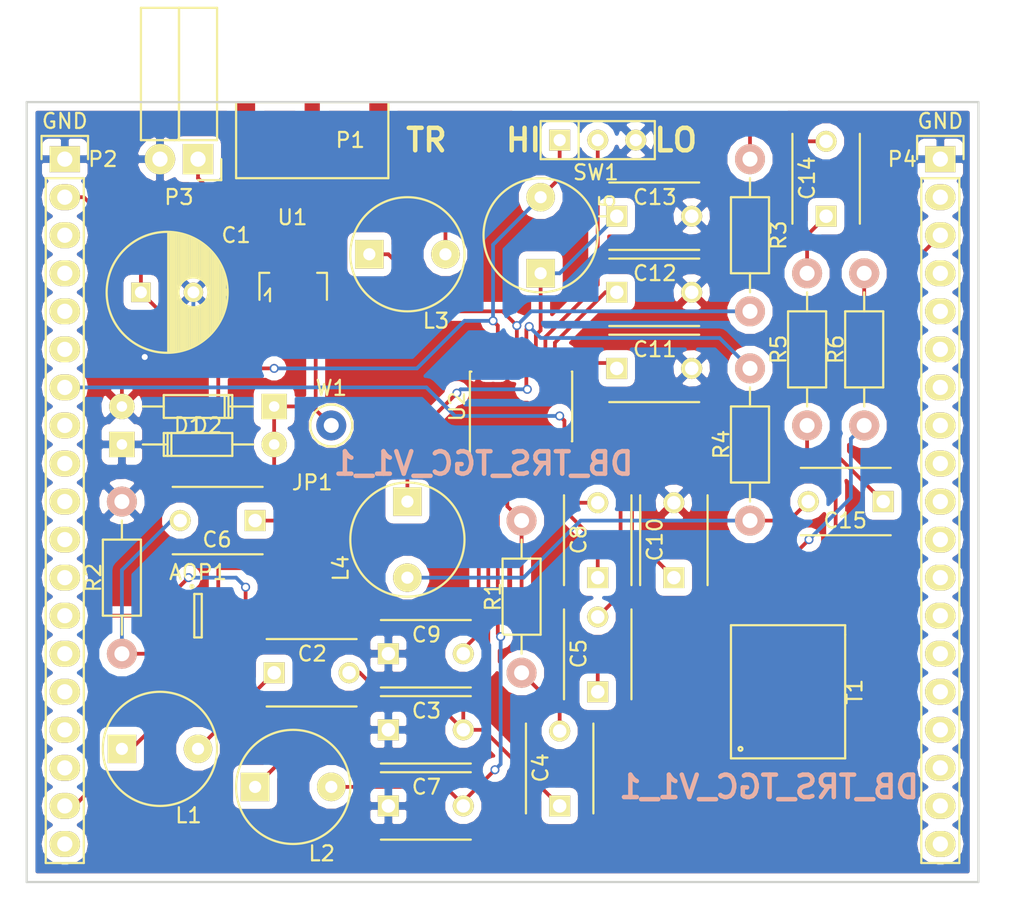
<source format=kicad_pcb>
(kicad_pcb (version 4) (host pcbnew 4.0.4+e1-6308~48~ubuntu16.04.1-stable)
  (layers (0 F.Cu signal) (31 B.Cu signal) (34 B.Paste user) (35 F.Paste user) (36 B.SilkS user) (37 F.SilkS user) (38 B.Mask user) (39 F.Mask user) (44 Edge.Cuts user))
  (net 0 "")
  (net 1 "Net-(AOP1-Pad1)")
  (net 2 "Net-(AOP1-Pad2)")
  (net 3 "Net-(AOP1-Pad3)")
  (net 4 "Net-(AOP1-Pad6)")
  (net 5 GND)
  (net 6 "Net-(C2-Pad1)")
  (net 7 "Net-(C2-Pad2)")
  (net 8 "Net-(C4-Pad2)")
  (net 9 "Net-(C5-Pad1)")
  (net 10 "Net-(C5-Pad2)")
  (net 11 "Net-(C6-Pad1)")
  (net 12 "Net-(C7-Pad2)")
  (net 13 "Net-(C8-Pad1)")
  (net 14 "Net-(C8-Pad2)")
  (net 15 "Net-(C9-Pad2)")
  (net 16 "Net-(C10-Pad1)")
  (net 17 "Net-(C11-Pad1)")
  (net 18 "Net-(C12-Pad1)")
  (net 19 "Net-(C13-Pad1)")
  (net 20 "Net-(C14-Pad1)")
  (net 21 "Net-(C14-Pad2)")
  (net 22 "Net-(C15-Pad1)")
  (net 23 "Net-(C15-Pad2)")
  (net 24 "Net-(D1-Pad1)")
  (net 25 "Net-(L3-Pad1)")
  (net 26 "Net-(L4-Pad1)")
  (net 27 "Net-(P1-Pad1)")
  (net 28 "Net-(P4-Pad3)")
  (net 29 "Net-(R5-Pad1)")
  (net 30 "Net-(R6-Pad1)")
  (net 31 "Net-(SW1-Pad2)")
  (net 32 "Net-(U1-Pad2)")
  (module "Echopen:SOT-23-6_Handsoldering(OPA625)" (layer F.Cu) (at 55.88 118.11)
    (fp_text reference AOP1 (at 0 -2.9) (layer F.SilkS))
    (fp_text value OPA625)
    (pad 1 smd rect (at -1.35 -0.95) (size 1.56 0.65) (layers F.Cu F.Paste F.Mask) (net 1 "Net-(AOP1-Pad1)"))
    (pad 2 smd rect (at -1.35 0) (size 1.56 0.65) (layers F.Cu F.Paste F.Mask) (net 2 "Net-(AOP1-Pad2)"))
    (pad 3 smd rect (at -1.35 0.95) (size 1.56 0.65) (layers F.Cu F.Paste F.Mask) (net 3 "Net-(AOP1-Pad3)"))
    (pad 4 smd rect (at 1.35 0.95) (size 1.56 0.65) (layers F.Cu F.Paste F.Mask) (net 1 "Net-(AOP1-Pad1)"))
    (pad 6 smd rect (at 1.35 -0.95) (size 1.56 0.65) (layers F.Cu F.Paste F.Mask) (net 4 "Net-(AOP1-Pad6)"))
    (pad 5 smd rect (at 1.35 0) (size 1.56 0.65) (layers F.Cu F.Paste F.Mask) (net 2 "Net-(AOP1-Pad2)"))
  )
  (module Echopen:CP_TH_common (layer F.Cu) (at 52.07 96.52)
    (fp_text reference C1 (at 6.35 -3.81) (layer F.SilkS))
    (fp_text value 10u)
    (pad 2 thru_hole circle (at 3.5 0) (size 1.3 1.3) (drill 0.8) (layers *.Cu *.Mask F.SilkS) (net 5 GND))
    (pad 1 thru_hole rect (at 0 0) (size 1.3 1.3) (drill 0.8) (layers *.Cu *.Mask F.SilkS) (net 4 "Net-(AOP1-Pad6)"))
  )
  (module Echopen:C_TH_common (layer F.Cu) (at 60.96 121.92)
    (fp_text reference C2 (at 2.54 -1.27) (layer F.SilkS))
    (fp_text value 100n)
    (pad 1 thru_hole rect (at 0 0) (size 1.4 1.4) (drill 0.9) (layers *.Cu *.Mask F.SilkS) (net 6 "Net-(C2-Pad1)"))
    (pad 2 thru_hole circle (at 5 0) (size 1.4 1.4) (drill 0.9) (layers *.Cu *.Mask F.SilkS) (net 7 "Net-(C2-Pad2)"))
  )
  (module Echopen:C_TH_common (layer F.Cu) (at 68.58 125.73)
    (fp_text reference C3 (at 2.54 -1.27) (layer F.SilkS))
    (fp_text value 22p)
    (pad 1 thru_hole rect (at 0 0) (size 1.4 1.4) (drill 0.9) (layers *.Cu *.Mask F.SilkS) (net 5 GND))
    (pad 2 thru_hole circle (at 5 0) (size 1.4 1.4) (drill 0.9) (layers *.Cu *.Mask F.SilkS) (net 7 "Net-(C2-Pad2)"))
  )
  (module Echopen:C_TH_common (layer F.Cu) (at 80.01 130.81 90)
    (fp_text reference C4 (at 2.54 -1.27 90) (layer F.SilkS))
    (fp_text value 18n)
    (pad 1 thru_hole rect (at 0 0 90) (size 1.4 1.4) (drill 0.9) (layers *.Cu *.Mask F.SilkS) (net 7 "Net-(C2-Pad2)"))
    (pad 2 thru_hole circle (at 5 0 90) (size 1.4 1.4) (drill 0.9) (layers *.Cu *.Mask F.SilkS) (net 8 "Net-(C4-Pad2)"))
  )
  (module Echopen:C_TH_common (layer F.Cu) (at 82.55 123.19 90)
    (fp_text reference C5 (at 2.54 -1.27 90) (layer F.SilkS))
    (fp_text value 100n)
    (pad 1 thru_hole rect (at 0 0 90) (size 1.4 1.4) (drill 0.9) (layers *.Cu *.Mask F.SilkS) (net 9 "Net-(C5-Pad1)"))
    (pad 2 thru_hole circle (at 5 0 90) (size 1.4 1.4) (drill 0.9) (layers *.Cu *.Mask F.SilkS) (net 10 "Net-(C5-Pad2)"))
  )
  (module Echopen:C_TH_common (layer F.Cu) (at 59.69 111.76 180)
    (fp_text reference C6 (at 2.54 -1.27 180) (layer F.SilkS))
    (fp_text value 1n)
    (pad 1 thru_hole rect (at 0 0 180) (size 1.4 1.4) (drill 0.9) (layers *.Cu *.Mask F.SilkS) (net 11 "Net-(C6-Pad1)"))
    (pad 2 thru_hole circle (at 5 0 180) (size 1.4 1.4) (drill 0.9) (layers *.Cu *.Mask F.SilkS) (net 3 "Net-(AOP1-Pad3)"))
  )
  (module Echopen:C_TH_common (layer F.Cu) (at 68.58 130.81)
    (fp_text reference C7 (at 2.54 -1.27) (layer F.SilkS))
    (fp_text value 100n)
    (pad 1 thru_hole rect (at 0 0) (size 1.4 1.4) (drill 0.9) (layers *.Cu *.Mask F.SilkS) (net 5 GND))
    (pad 2 thru_hole circle (at 5 0) (size 1.4 1.4) (drill 0.9) (layers *.Cu *.Mask F.SilkS) (net 12 "Net-(C7-Pad2)"))
  )
  (module Echopen:C_TH_common (layer F.Cu) (at 82.55 115.57 90)
    (fp_text reference C8 (at 2.54 -1.27 90) (layer F.SilkS))
    (fp_text value 100n)
    (pad 1 thru_hole rect (at 0 0 90) (size 1.4 1.4) (drill 0.9) (layers *.Cu *.Mask F.SilkS) (net 13 "Net-(C8-Pad1)"))
    (pad 2 thru_hole circle (at 5 0 90) (size 1.4 1.4) (drill 0.9) (layers *.Cu *.Mask F.SilkS) (net 14 "Net-(C8-Pad2)"))
  )
  (module Echopen:C_TH_common (layer F.Cu) (at 68.58 120.65)
    (fp_text reference C9 (at 2.54 -1.27) (layer F.SilkS))
    (fp_text value 100n)
    (pad 1 thru_hole rect (at 0 0) (size 1.4 1.4) (drill 0.9) (layers *.Cu *.Mask F.SilkS) (net 5 GND))
    (pad 2 thru_hole circle (at 5 0) (size 1.4 1.4) (drill 0.9) (layers *.Cu *.Mask F.SilkS) (net 15 "Net-(C9-Pad2)"))
  )
  (module Echopen:C_TH_common (layer F.Cu) (at 87.63 115.57 90)
    (fp_text reference C10 (at 2.54 -1.27 90) (layer F.SilkS))
    (fp_text value 1n)
    (pad 1 thru_hole rect (at 0 0 90) (size 1.4 1.4) (drill 0.9) (layers *.Cu *.Mask F.SilkS) (net 16 "Net-(C10-Pad1)"))
    (pad 2 thru_hole circle (at 5 0 90) (size 1.4 1.4) (drill 0.9) (layers *.Cu *.Mask F.SilkS) (net 5 GND))
  )
  (module Echopen:C_TH_common (layer F.Cu) (at 83.82 101.6)
    (fp_text reference C11 (at 2.54 -1.27) (layer F.SilkS))
    (fp_text value 100n)
    (pad 1 thru_hole rect (at 0 0) (size 1.4 1.4) (drill 0.9) (layers *.Cu *.Mask F.SilkS) (net 17 "Net-(C11-Pad1)"))
    (pad 2 thru_hole circle (at 5 0) (size 1.4 1.4) (drill 0.9) (layers *.Cu *.Mask F.SilkS) (net 5 GND))
  )
  (module Echopen:C_TH_common (layer F.Cu) (at 83.82 96.52)
    (fp_text reference C12 (at 2.54 -1.27) (layer F.SilkS))
    (fp_text value 100n)
    (pad 1 thru_hole rect (at 0 0) (size 1.4 1.4) (drill 0.9) (layers *.Cu *.Mask F.SilkS) (net 18 "Net-(C12-Pad1)"))
    (pad 2 thru_hole circle (at 5 0) (size 1.4 1.4) (drill 0.9) (layers *.Cu *.Mask F.SilkS) (net 5 GND))
  )
  (module Echopen:C_TH_common (layer F.Cu) (at 83.82 91.44)
    (fp_text reference C13 (at 2.54 -1.27) (layer F.SilkS))
    (fp_text value 100n)
    (pad 1 thru_hole rect (at 0 0) (size 1.4 1.4) (drill 0.9) (layers *.Cu *.Mask F.SilkS) (net 19 "Net-(C13-Pad1)"))
    (pad 2 thru_hole circle (at 5 0) (size 1.4 1.4) (drill 0.9) (layers *.Cu *.Mask F.SilkS) (net 5 GND))
  )
  (module Echopen:C_TH_common (layer F.Cu) (at 97.79 91.44 90)
    (fp_text reference C14 (at 2.54 -1.27 90) (layer F.SilkS))
    (fp_text value 100n)
    (pad 1 thru_hole rect (at 0 0 90) (size 1.4 1.4) (drill 0.9) (layers *.Cu *.Mask F.SilkS) (net 20 "Net-(C14-Pad1)"))
    (pad 2 thru_hole circle (at 5 0 90) (size 1.4 1.4) (drill 0.9) (layers *.Cu *.Mask F.SilkS) (net 21 "Net-(C14-Pad2)"))
  )
  (module Echopen:C_TH_common (layer F.Cu) (at 101.6 110.49 180)
    (fp_text reference C15 (at 2.54 -1.27 180) (layer F.SilkS))
    (fp_text value 100n)
    (pad 1 thru_hole rect (at 0 0 180) (size 1.4 1.4) (drill 0.9) (layers *.Cu *.Mask F.SilkS) (net 22 "Net-(C15-Pad1)"))
    (pad 2 thru_hole circle (at 5 0 180) (size 1.4 1.4) (drill 0.9) (layers *.Cu *.Mask F.SilkS) (net 23 "Net-(C15-Pad2)"))
  )
  (module Echopen:D_TH_common (layer F.Cu) (at 60.96 104.14 180)
    (fp_text reference D1 (at 5.715 -1.27 180) (layer F.SilkS))
    (fp_text value 1N4148)
    (pad 2 thru_hole circle (at 10.16052 -0.00254) (size 1.69926 1.69926) (drill 0.70104) (layers *.Cu *.Mask F.SilkS) (net 5 GND))
    (pad 1 thru_hole rect (at 0.00052 -0.00254) (size 1.69926 1.69926) (drill 0.70104) (layers *.Cu *.Mask F.SilkS) (net 24 "Net-(D1-Pad1)"))
  )
  (module Echopen:D_TH_common (layer F.Cu) (at 50.8 106.68)
    (fp_text reference D2 (at 5.715 -1.27) (layer F.SilkS))
    (fp_text value 1N4148)
    (pad 2 thru_hole circle (at 10.16052 -0.00254 180) (size 1.69926 1.69926) (drill 0.70104) (layers *.Cu *.Mask F.SilkS) (net 24 "Net-(D1-Pad1)"))
    (pad 1 thru_hole rect (at 0.00052 -0.00254 180) (size 1.69926 1.69926) (drill 0.70104) (layers *.Cu *.Mask F.SilkS) (net 5 GND))
  )
  (module Echopen:Jumper (layer F.Cu) (at 63.5 110.49)
    (fp_text reference JP1 (at 0 -1.27) (layer F.SilkS))
    (fp_text value JUMPER)
    (pad 1 smd rect (at -0.889 0) (size 1.27 1.27) (layers F.Cu F.Paste F.Mask) (net 24 "Net-(D1-Pad1)"))
    (pad 2 smd rect (at 0.889 0) (size 1.27 1.27) (layers F.Cu F.Paste F.Mask) (net 11 "Net-(C6-Pad1)"))
  )
  (module Echopen:INDUCTOR_TH_common (layer F.Cu) (at 53.34 127)
    (fp_text reference L1 (at 1.905 4.445) (layer F.SilkS))
    (fp_text value 120n)
    (pad 1 thru_hole rect (at -2.54 0) (size 1.905 1.905) (drill 0.8128) (layers *.Cu *.Mask F.SilkS) (net 1 "Net-(AOP1-Pad1)"))
    (pad 2 thru_hole circle (at 2.54 0) (size 1.905 1.905) (drill 0.8128) (layers *.Cu *.Mask F.SilkS) (net 6 "Net-(C2-Pad1)"))
  )
  (module Echopen:INDUCTOR_TH_common (layer F.Cu) (at 62.23 129.54)
    (fp_text reference L2 (at 1.905 4.445) (layer F.SilkS))
    (fp_text value 120n)
    (pad 1 thru_hole rect (at -2.54 0) (size 1.905 1.905) (drill 0.8128) (layers *.Cu *.Mask F.SilkS) (net 4 "Net-(AOP1-Pad6)"))
    (pad 2 thru_hole circle (at 2.54 0) (size 1.905 1.905) (drill 0.8128) (layers *.Cu *.Mask F.SilkS) (net 12 "Net-(C7-Pad2)"))
  )
  (module Echopen:INDUCTOR_TH_common (layer F.Cu) (at 69.85 93.98)
    (fp_text reference L3 (at 1.905 4.445) (layer F.SilkS))
    (fp_text value 120n)
    (pad 1 thru_hole rect (at -2.54 0) (size 1.905 1.905) (drill 0.8128) (layers *.Cu *.Mask F.SilkS) (net 25 "Net-(L3-Pad1)"))
    (pad 2 thru_hole circle (at 2.54 0) (size 1.905 1.905) (drill 0.8128) (layers *.Cu *.Mask F.SilkS) (net 21 "Net-(C14-Pad2)"))
  )
  (module Echopen:INDUCTOR_TH_common (layer F.Cu) (at 69.85 113.03 270)
    (fp_text reference L4 (at 1.905 4.445 270) (layer F.SilkS))
    (fp_text value 120n)
    (pad 1 thru_hole rect (at -2.54 0 270) (size 1.905 1.905) (drill 0.8128) (layers *.Cu *.Mask F.SilkS) (net 26 "Net-(L4-Pad1)"))
    (pad 2 thru_hole circle (at 2.54 0 270) (size 1.905 1.905) (drill 0.8128) (layers *.Cu *.Mask F.SilkS) (net 23 "Net-(C15-Pad2)"))
  )
  (module Echopen:INDUCTOR_TH_common (layer F.Cu) (at 78.74 92.71 90)
    (fp_text reference L5 (at 1.905 4.445 90) (layer F.SilkS))
    (fp_text value 120n)
    (pad 1 thru_hole rect (at -2.54 0 90) (size 1.905 1.905) (drill 0.8128) (layers *.Cu *.Mask F.SilkS) (net 19 "Net-(C13-Pad1)"))
    (pad 2 thru_hole circle (at 2.54 0 90) (size 1.905 1.905) (drill 0.8128) (layers *.Cu *.Mask F.SilkS) (net 4 "Net-(AOP1-Pad6)"))
  )
  (module Socket_Strips:Socket_Strip_Angled_1x02 (layer F.Cu) (at 55.88 87.63 180)
    (fp_text reference P3 (at 1.27 -2.54 180) (layer F.SilkS))
    (fp_text value CONN_01X02)
    (pad 1 thru_hole rect (at 0 0 180) (size 2.032 2.032) (drill 1.016) (layers *.Cu *.Mask F.SilkS) (net 27 "Net-(P1-Pad1)"))
    (pad 2 thru_hole oval (at 2.54 0 180) (size 2.032 2.032) (drill 1.016) (layers *.Cu *.Mask F.SilkS) (net 5 GND))
  )
  (module Echopen:Resistor_TH_common (layer F.Cu) (at 77.47 121.92 90)
    (fp_text reference R1 (at 5.08 -1.905 90) (layer F.SilkS))
    (fp_text value 274)
    (pad 1 thru_hole circle (at 0 0 90) (size 1.99898 1.99898) (drill 1.00076) (layers *.Cu *.SilkS *.Mask) (net 8 "Net-(C4-Pad2)"))
    (pad 2 thru_hole circle (at 10.16 0 90) (size 1.99898 1.99898) (drill 1.00076) (layers *.Cu *.SilkS *.Mask) (net 9 "Net-(C5-Pad1)"))
  )
  (module Echopen:Resistor_TH_common (layer F.Cu) (at 50.8 120.65 90)
    (fp_text reference R2 (at 5.08 -1.905 90) (layer F.SilkS))
    (fp_text value 220)
    (pad 1 thru_hole circle (at 0 0 90) (size 1.99898 1.99898) (drill 1.00076) (layers *.Cu *.SilkS *.Mask) (net 3 "Net-(AOP1-Pad3)"))
    (pad 2 thru_hole circle (at 10.16 0 90) (size 1.99898 1.99898) (drill 1.00076) (layers *.Cu *.SilkS *.Mask) (net 5 GND))
  )
  (module Echopen:Resistor_TH_common (layer F.Cu) (at 92.71 87.63 270)
    (fp_text reference R3 (at 5.08 -1.905 270) (layer F.SilkS))
    (fp_text value 100)
    (pad 1 thru_hole circle (at 0 0 270) (size 1.99898 1.99898) (drill 1.00076) (layers *.Cu *.SilkS *.Mask) (net 21 "Net-(C14-Pad2)"))
    (pad 2 thru_hole circle (at 10.16 0 270) (size 1.99898 1.99898) (drill 1.00076) (layers *.Cu *.SilkS *.Mask) (net 25 "Net-(L3-Pad1)"))
  )
  (module Echopen:Resistor_TH_common (layer F.Cu) (at 92.71 111.76 90)
    (fp_text reference R4 (at 5.08 -1.905 90) (layer F.SilkS))
    (fp_text value 100)
    (pad 1 thru_hole circle (at 0 0 90) (size 1.99898 1.99898) (drill 1.00076) (layers *.Cu *.SilkS *.Mask) (net 23 "Net-(C15-Pad2)"))
    (pad 2 thru_hole circle (at 10.16 0 90) (size 1.99898 1.99898) (drill 1.00076) (layers *.Cu *.SilkS *.Mask) (net 26 "Net-(L4-Pad1)"))
  )
  (module Echopen:Resistor_TH_common (layer F.Cu) (at 96.52 105.41 90)
    (fp_text reference R5 (at 5.08 -1.905 90) (layer F.SilkS))
    (fp_text value 237)
    (pad 1 thru_hole circle (at 0 0 90) (size 1.99898 1.99898) (drill 1.00076) (layers *.Cu *.SilkS *.Mask) (net 29 "Net-(R5-Pad1)"))
    (pad 2 thru_hole circle (at 10.16 0 90) (size 1.99898 1.99898) (drill 1.00076) (layers *.Cu *.SilkS *.Mask) (net 20 "Net-(C14-Pad1)"))
  )
  (module Echopen:Resistor_TH_common (layer F.Cu) (at 100.33 105.41 90)
    (fp_text reference R6 (at 5.08 -1.905 90) (layer F.SilkS))
    (fp_text value 237)
    (pad 1 thru_hole circle (at 0 0 90) (size 1.99898 1.99898) (drill 1.00076) (layers *.Cu *.SilkS *.Mask) (net 30 "Net-(R6-Pad1)"))
    (pad 2 thru_hole circle (at 10.16 0 90) (size 1.99898 1.99898) (drill 1.00076) (layers *.Cu *.SilkS *.Mask) (net 22 "Net-(C15-Pad1)"))
  )
  (module Buttons_Switches_ThroughHole:SW_Micro_SPST (layer F.Cu) (at 82.55 86.36)
    (fp_text reference SW1 (at -0.127 2.159) (layer F.SilkS))
    (fp_text value SWITCH_INV)
    (pad 1 thru_hole rect (at -2.54 0) (size 1.397 1.397) (drill 0.8128) (layers *.Cu *.Mask F.SilkS) (net 4 "Net-(AOP1-Pad6)"))
    (pad 2 thru_hole circle (at 0 0) (size 1.397 1.397) (drill 0.8128) (layers *.Cu *.Mask F.SilkS) (net 31 "Net-(SW1-Pad2)"))
    (pad 3 thru_hole circle (at 2.54 0) (size 1.397 1.397) (drill 0.8128) (layers *.Cu *.Mask F.SilkS) (net 5 GND))
  )
  (module TO_SOT_Packages_SMD:SOT89-3_Housing_Handsoldering (layer F.Cu) (at 62.23 96.52)
    (fp_text reference U1 (at -0.0508 -5.00126) (layer F.SilkS))
    (fp_text value MD0100)
    (pad 1 smd rect (at -1.50114 2.35204) (size 1.00076 2.5019) (layers F.Cu F.Paste F.Mask) (net 27 "Net-(P1-Pad1)"))
    (pad 2 smd rect (at 0 2.35204) (size 1.00076 2.5019) (layers F.Cu F.Paste F.Mask) (net 32 "Net-(U1-Pad2)"))
    (pad 3 smd rect (at 1.50114 2.35204) (size 1.00076 2.5019) (layers F.Cu F.Paste F.Mask) (net 24 "Net-(D1-Pad1)"))
    (pad 2 smd rect (at 0 -1.6002) (size 1.99898 4.0005) (layers F.Cu F.Paste F.Mask) (net 32 "Net-(U1-Pad2)"))
    (pad 2 smd trapezoid (at 0 0.7493 180) (size 1.50114 0.7493) (rect_delta 0 0.50038) (layers F.Cu F.Paste F.Mask) (net 32 "Net-(U1-Pad2)"))
  )
  (module Measurement_Points:Test_Point_Keystone_5000-5004_Miniature (layer F.Cu) (at 64.77 105.41)
    (fp_text reference W1 (at 0 -2.5) (layer F.SilkS))
    (fp_text value TEST_1P)
    (pad 1 thru_hole circle (at 0 0) (size 2 2) (drill 1) (layers *.Cu *.Mask) (net 24 "Net-(D1-Pad1)"))
  )
  (module "Echopen:QSOP-20(AD8331)" (layer F.Cu) (at 77.47 104.14 90)
    (fp_text reference U2 (at 0 -4.3 90) (layer F.SilkS))
    (fp_text value AD8331)
    (pad 1 smd rect (at -2.9 -2.8575 90) (size 1.5 0.4) (layers F.Cu F.Paste F.Mask) (net 15 "Net-(C9-Pad2)"))
    (pad 2 smd rect (at -2.9 -2.2225 90) (size 1.5 0.4) (layers F.Cu F.Paste F.Mask) (net 7 "Net-(C2-Pad2)"))
    (pad 3 smd rect (at -2.9 -1.5875 90) (size 1.5 0.4) (layers F.Cu F.Paste F.Mask) (net 12 "Net-(C7-Pad2)"))
    (pad 4 smd rect (at -2.9 -0.9525 90) (size 1.5 0.4) (layers F.Cu F.Paste F.Mask) (net 9 "Net-(C5-Pad1)"))
    (pad 5 smd rect (at -2.9 -0.3175 90) (size 1.5 0.4) (layers F.Cu F.Paste F.Mask) (net 13 "Net-(C8-Pad1)"))
    (pad 6 smd rect (at -2.9 0.3175 90) (size 1.5 0.4) (layers F.Cu F.Paste F.Mask) (net 5 GND))
    (pad 7 smd rect (at -2.9 0.9525 90) (size 1.5 0.4) (layers F.Cu F.Paste F.Mask) (net 14 "Net-(C8-Pad2)"))
    (pad 8 smd rect (at -2.9 1.5875 90) (size 1.5 0.4) (layers F.Cu F.Paste F.Mask) (net 10 "Net-(C5-Pad2)"))
    (pad 9 smd rect (at -2.9 2.2225 90) (size 1.5 0.4) (layers F.Cu F.Paste F.Mask) (net 5 GND))
    (pad 10 smd rect (at -2.9 2.8575 90) (size 1.5 0.4) (layers F.Cu F.Paste F.Mask) (net 16 "Net-(C10-Pad1)"))
    (pad 11 smd rect (at 2.9 2.8575 90) (size 1.5 0.4) (layers F.Cu F.Paste F.Mask) (net 17 "Net-(C11-Pad1)"))
    (pad 12 smd rect (at 2.9 2.2225 90) (size 1.5 0.4) (layers F.Cu F.Paste F.Mask) (net 18 "Net-(C12-Pad1)"))
    (pad 13 smd rect (at 2.9 1.5875 90) (size 1.5 0.4) (layers F.Cu F.Paste F.Mask) (net 31 "Net-(SW1-Pad2)"))
    (pad 14 smd rect (at 2.9 0.9525 90) (size 1.5 0.4) (layers F.Cu F.Paste F.Mask) (net 19 "Net-(C13-Pad1)"))
    (pad 15 smd rect (at 2.9 0.3175 90) (size 1.5 0.4) (layers F.Cu F.Paste F.Mask) (net 26 "Net-(L4-Pad1)"))
    (pad 16 smd rect (at 2.9 -0.3175 90) (size 1.5 0.4) (layers F.Cu F.Paste F.Mask) (net 25 "Net-(L3-Pad1)"))
    (pad 17 smd rect (at 2.9 -0.9525 90) (size 1.5 0.4) (layers F.Cu F.Paste F.Mask) (net 5 GND))
    (pad 18 smd rect (at 2.9 -1.5875 90) (size 1.5 0.4) (layers F.Cu F.Paste F.Mask) (net 4 "Net-(AOP1-Pad6)"))
    (pad 19 smd rect (at 2.9 -2.2225 90) (size 1.5 0.4) (layers F.Cu F.Paste F.Mask) (net 4 "Net-(AOP1-Pad6)"))
    (pad 20 smd rect (at 2.9 -2.8575 90) (size 1.5 0.4) (layers F.Cu F.Paste F.Mask) (net 5 GND))
  )
  (module Echopen:SMA (layer F.Cu) (at 63.5 86.36)
    (fp_text reference P1 (at 2.54 0) (layer F.SilkS))
    (fp_text value SMA)
    (pad 2 smd rect (at -5.08 0) (size 1.27 5.08) (drill (offset 0.635 0)) (layers *.Paste *.Mask F.Cu) (net 5 GND))
    (pad 2 smd rect (at 5.08 0) (size 1.27 5.08) (drill (offset -0.635 0)) (layers *.Paste *.Mask F.Cu) (net 5 GND))
    (pad 1 smd rect (at 0 0) (size 1.016 5.08) (layers F.Cu F.Paste F.Mask) (net 27 "Net-(P1-Pad1)"))
  )
  (module Echopen:Header_pin_1x19 (layer F.Cu) (at 46.99 110.49)
    (fp_text reference P2 (at 2.54 -22.86) (layer F.SilkS))
    (fp_text value CONN_01X19)
    (fp_text user GND (at 0 -25.4) (layer F.SilkS))
    (pad 1 thru_hole rect (at 0 -22.86 270) (size 1.7272 2.032) (drill 1.016) (layers *.Cu *.Mask F.SilkS) (net 5 GND))
    (pad 2 thru_hole oval (at 0 -20.32 270) (size 1.7272 2.032) (drill 1.016) (layers *.Cu *.Mask F.SilkS) (net 4 "Net-(AOP1-Pad6)"))
    (pad 3 thru_hole oval (at 0 -17.78 270) (size 1.7272 2.032) (drill 1.016) (layers *.Cu *.Mask F.SilkS))
    (pad 4 thru_hole oval (at 0 -15.24 270) (size 1.7272 2.032) (drill 1.016) (layers *.Cu *.Mask F.SilkS))
    (pad 5 thru_hole oval (at 0 -12.7 270) (size 1.7272 2.032) (drill 1.016) (layers *.Cu *.Mask F.SilkS))
    (pad 6 thru_hole oval (at 0 -10.16 270) (size 1.7272 2.032) (drill 1.016) (layers *.Cu *.Mask F.SilkS))
    (pad 7 thru_hole oval (at 0 -7.62 270) (size 1.7272 2.032) (drill 1.016) (layers *.Cu *.Mask F.SilkS) (net 16 "Net-(C10-Pad1)"))
    (pad 8 thru_hole oval (at 0 -5.08 270) (size 1.7272 2.032) (drill 1.016) (layers *.Cu *.Mask F.SilkS))
    (pad 9 thru_hole oval (at 0 -2.54 270) (size 1.7272 2.032) (drill 1.016) (layers *.Cu *.Mask F.SilkS))
    (pad 10 thru_hole oval (at 0 0 270) (size 1.7272 2.032) (drill 1.016) (layers *.Cu *.Mask F.SilkS))
    (pad 11 thru_hole oval (at 0 2.54 270) (size 1.7272 2.032) (drill 1.016) (layers *.Cu *.Mask F.SilkS))
    (pad 12 thru_hole oval (at 0 5.08 270) (size 1.7272 2.032) (drill 1.016) (layers *.Cu *.Mask F.SilkS))
    (pad 13 thru_hole oval (at 0 7.62 270) (size 1.7272 2.032) (drill 1.016) (layers *.Cu *.Mask F.SilkS))
    (pad 14 thru_hole oval (at 0 10.16 270) (size 1.7272 2.032) (drill 1.016) (layers *.Cu *.Mask F.SilkS))
    (pad 15 thru_hole oval (at 0 12.7 270) (size 1.7272 2.032) (drill 1.016) (layers *.Cu *.Mask F.SilkS))
    (pad 16 thru_hole oval (at 0 15.24 270) (size 1.7272 2.032) (drill 1.016) (layers *.Cu *.Mask F.SilkS))
    (pad 17 thru_hole oval (at 0 17.78 270) (size 1.7272 2.032) (drill 1.016) (layers *.Cu *.Mask F.SilkS))
    (pad 18 thru_hole oval (at 0 20.32 270) (size 1.7272 2.032) (drill 1.016) (layers *.Cu *.Mask F.SilkS) (net 2 "Net-(AOP1-Pad2)"))
    (pad 19 thru_hole oval (at 0 22.86 270) (size 1.7272 2.032) (drill 1.016) (layers *.Cu *.Mask F.SilkS))
  )
  (module Echopen:Header_pin_1x19 (layer F.Cu) (at 105.41 110.49)
    (fp_text reference P4 (at -2.54 -22.86) (layer F.SilkS))
    (fp_text value CONN_01X19)
    (fp_text user GND (at 0 -25.4) (layer F.SilkS))
    (pad 1 thru_hole rect (at 0 -22.86 270) (size 1.7272 2.032) (drill 1.016) (layers *.Cu *.Mask F.SilkS) (net 5 GND))
    (pad 2 thru_hole oval (at 0 -20.32 270) (size 1.7272 2.032) (drill 1.016) (layers *.Cu *.Mask F.SilkS))
    (pad 3 thru_hole oval (at 0 -17.78 270) (size 1.7272 2.032) (drill 1.016) (layers *.Cu *.Mask F.SilkS) (net 28 "Net-(P4-Pad3)"))
    (pad 4 thru_hole oval (at 0 -15.24 270) (size 1.7272 2.032) (drill 1.016) (layers *.Cu *.Mask F.SilkS))
    (pad 5 thru_hole oval (at 0 -12.7 270) (size 1.7272 2.032) (drill 1.016) (layers *.Cu *.Mask F.SilkS))
    (pad 6 thru_hole oval (at 0 -10.16 270) (size 1.7272 2.032) (drill 1.016) (layers *.Cu *.Mask F.SilkS))
    (pad 7 thru_hole oval (at 0 -7.62 270) (size 1.7272 2.032) (drill 1.016) (layers *.Cu *.Mask F.SilkS))
    (pad 8 thru_hole oval (at 0 -5.08 270) (size 1.7272 2.032) (drill 1.016) (layers *.Cu *.Mask F.SilkS))
    (pad 9 thru_hole oval (at 0 -2.54 270) (size 1.7272 2.032) (drill 1.016) (layers *.Cu *.Mask F.SilkS))
    (pad 10 thru_hole oval (at 0 0 270) (size 1.7272 2.032) (drill 1.016) (layers *.Cu *.Mask F.SilkS))
    (pad 11 thru_hole oval (at 0 2.54 270) (size 1.7272 2.032) (drill 1.016) (layers *.Cu *.Mask F.SilkS))
    (pad 12 thru_hole oval (at 0 5.08 270) (size 1.7272 2.032) (drill 1.016) (layers *.Cu *.Mask F.SilkS))
    (pad 13 thru_hole oval (at 0 7.62 270) (size 1.7272 2.032) (drill 1.016) (layers *.Cu *.Mask F.SilkS))
    (pad 14 thru_hole oval (at 0 10.16 270) (size 1.7272 2.032) (drill 1.016) (layers *.Cu *.Mask F.SilkS))
    (pad 15 thru_hole oval (at 0 12.7 270) (size 1.7272 2.032) (drill 1.016) (layers *.Cu *.Mask F.SilkS))
    (pad 16 thru_hole oval (at 0 15.24 270) (size 1.7272 2.032) (drill 1.016) (layers *.Cu *.Mask F.SilkS))
    (pad 17 thru_hole oval (at 0 17.78 270) (size 1.7272 2.032) (drill 1.016) (layers *.Cu *.Mask F.SilkS))
    (pad 18 thru_hole oval (at 0 20.32 270) (size 1.7272 2.032) (drill 1.016) (layers *.Cu *.Mask F.SilkS))
    (pad 19 thru_hole oval (at 0 22.86 270) (size 1.7272 2.032) (drill 1.016) (layers *.Cu *.Mask F.SilkS))
  )
  (module "Echopen:Transfo_6pins(coilcraft)" (layer F.Cu) (at 95.25 123.19 270)
    (fp_text reference T1 (at 0 -4.445 270) (layer F.SilkS))
    (fp_text value TRANSFO_6pins)
    (pad 3 smd rect (at -2.921 -2.54 270) (size 3.81 1.27) (layers F.Cu F.Paste F.Mask) (net 29 "Net-(R5-Pad1)"))
    (pad 2 smd rect (at -2.921 0 270) (size 3.81 1.27) (layers F.Cu F.Paste F.Mask) (net 5 GND))
    (pad 1 smd rect (at -2.921 2.54 270) (size 3.81 1.27) (layers F.Cu F.Paste F.Mask) (net 30 "Net-(R6-Pad1)"))
    (pad 4 smd rect (at 2.921 -2.54 270) (size 3.81 1.27) (layers F.Cu F.Paste F.Mask) (net 28 "Net-(P4-Pad3)"))
    (pad 5 smd rect (at 2.921 0 270) (size 3.81 1.27) (layers F.Cu F.Paste F.Mask))
    (pad 6 smd rect (at 2.921 2.54 270) (size 3.81 1.27) (layers F.Cu F.Paste F.Mask) (net 5 GND))
  )
  (gr_text DB_TRS_TGC_V1_1 (at 93.98 129.54) (layer B.SilkS) (effects (font (size 1.5 1.5) (thickness 0.3)) (justify mirror)))
  (gr_text HI (at 77.597 86.36) (layer F.SilkS) (effects (font (size 1.5 1.5) (thickness 0.3))))
  (gr_text LO (at 87.757 86.36) (layer F.SilkS) (effects (font (size 1.5 1.5) (thickness 0.3))))
  (gr_text DB_TRS_TGC_V1_1 (at 74.93 107.95) (layer B.SilkS) (effects (font (size 1.5 1.5) (thickness 0.3)) (justify mirror)))
  (gr_text TR (at 71.12 86.36) (layer F.SilkS) (effects (font (size 1.5 1.5) (thickness 0.3))))
  (gr_line (start 107.95 83.82) (end 44.45 83.82) (angle 90) (layer Edge.Cuts) (width 0.15))
  (gr_line (start 107.95 135.89) (end 107.95 83.82) (angle 90) (layer Edge.Cuts) (width 0.15))
  (gr_line (start 44.45 135.89) (end 107.95 135.89) (angle 90) (layer Edge.Cuts) (width 0.15))
  (gr_line (start 44.45 83.82) (end 44.45 135.89) (angle 90) (layer Edge.Cuts) (width 0.15))
  (segment (start 57.23 120.65) (end 58.42 120.65) (width 0.25) (layer F.Cu) (net 1))
  (segment (start 54.53 116.285) (end 54.53 117.16) (width 0.25) (layer F.Cu) (net 1))
  (segment (start 55.245 115.57) (end 54.53 116.285) (width 0.25) (layer F.Cu) (net 1))
  (via (at 55.245 115.57) (size 0.6) (drill 0.4) (layers F.Cu B.Cu) (net 1))
  (segment (start 58.42 115.57) (end 55.245 115.57) (width 0.25) (layer B.Cu) (net 1))
  (segment (start 59.055 116.205) (end 58.42 115.57) (width 0.25) (layer B.Cu) (net 1))
  (via (at 59.055 116.205) (size 0.6) (drill 0.4) (layers F.Cu B.Cu) (net 1))
  (segment (start 59.055 120.015) (end 59.055 116.205) (width 0.25) (layer F.Cu) (net 1))
  (segment (start 58.42 120.65) (end 59.055 120.015) (width 0.25) (layer F.Cu) (net 1))
  (segment (start 50.8 127) (end 51.435 127) (width 0.25) (layer F.Cu) (net 1))
  (segment (start 51.435 127) (end 57.23 121.205) (width 0.25) (layer F.Cu) (net 1))
  (segment (start 57.23 121.205) (end 57.23 120.65) (width 0.25) (layer F.Cu) (net 1))
  (segment (start 57.23 120.65) (end 57.23 119.06) (width 0.25) (layer F.Cu) (net 1))
  (segment (start 54.53 118.11) (end 48.895 118.11) (width 0.25) (layer F.Cu) (net 2))
  (segment (start 48.895 129.54) (end 47.625 130.81) (width 0.25) (layer F.Cu) (net 2))
  (segment (start 48.895 118.11) (end 48.895 129.54) (width 0.25) (layer F.Cu) (net 2))
  (segment (start 47.625 130.81) (end 46.99 130.81) (width 0.25) (layer F.Cu) (net 2))
  (segment (start 57.23 118.11) (end 54.53 118.11) (width 0.25) (layer F.Cu) (net 2))
  (segment (start 54.69 111.76) (end 54.102 111.76) (width 0.25) (layer B.Cu) (net 3))
  (segment (start 54.102 111.76) (end 50.8 115.062) (width 0.25) (layer B.Cu) (net 3))
  (segment (start 50.8 115.062) (end 50.8 120.65) (width 0.25) (layer B.Cu) (net 3))
  (segment (start 50.8 120.65) (end 52.94 120.65) (width 0.25) (layer F.Cu) (net 3))
  (segment (start 52.94 120.65) (end 54.53 119.06) (width 0.25) (layer F.Cu) (net 3))
  (segment (start 80.01 86.36) (end 80.01 88.9) (width 0.25) (layer F.Cu) (net 4))
  (segment (start 80.01 88.9) (end 78.74 90.17) (width 0.25) (layer F.Cu) (net 4))
  (segment (start 75.565 98.425) (end 75.565 93.345) (width 0.25) (layer B.Cu) (net 4))
  (segment (start 75.565 93.345) (end 78.74 90.17) (width 0.25) (layer B.Cu) (net 4))
  (segment (start 75.8825 101.24) (end 75.2475 101.24) (width 0.25) (layer F.Cu) (net 4))
  (segment (start 57.23 101.6) (end 60.96 101.6) (width 0.25) (layer F.Cu) (net 4))
  (segment (start 75.8825 98.7425) (end 75.8825 101.24) (width 0.25) (layer F.Cu) (net 4))
  (segment (start 75.565 98.425) (end 75.8825 98.7425) (width 0.25) (layer F.Cu) (net 4))
  (via (at 75.565 98.425) (size 0.6) (drill 0.4) (layers F.Cu B.Cu) (net 4))
  (segment (start 73.66 98.425) (end 75.565 98.425) (width 0.25) (layer B.Cu) (net 4))
  (segment (start 70.485 101.6) (end 73.66 98.425) (width 0.25) (layer B.Cu) (net 4))
  (segment (start 60.96 101.6) (end 70.485 101.6) (width 0.25) (layer B.Cu) (net 4))
  (via (at 60.96 101.6) (size 0.6) (drill 0.4) (layers F.Cu B.Cu) (net 4))
  (segment (start 57.23 114.935) (end 60.325 114.935) (width 0.25) (layer F.Cu) (net 4))
  (segment (start 62.865 126.365) (end 59.69 129.54) (width 0.25) (layer F.Cu) (net 4))
  (segment (start 62.865 117.475) (end 62.865 126.365) (width 0.25) (layer F.Cu) (net 4))
  (segment (start 60.325 114.935) (end 62.865 117.475) (width 0.25) (layer F.Cu) (net 4))
  (segment (start 57.23 117.16) (end 57.23 114.935) (width 0.25) (layer F.Cu) (net 4))
  (segment (start 57.23 114.935) (end 57.23 101.6) (width 0.25) (layer F.Cu) (net 4))
  (segment (start 57.23 101.6) (end 57.23 101.68) (width 0.25) (layer F.Cu) (net 4))
  (segment (start 57.23 101.68) (end 52.07 96.52) (width 0.25) (layer F.Cu) (net 4))
  (segment (start 46.99 90.17) (end 48.26 90.17) (width 0.25) (layer F.Cu) (net 4))
  (segment (start 52.07 93.98) (end 52.07 96.52) (width 0.25) (layer F.Cu) (net 4))
  (segment (start 48.26 90.17) (end 52.07 93.98) (width 0.25) (layer F.Cu) (net 4))
  (segment (start 50.79948 104.14254) (end 50.79948 102.36252) (width 0.25) (layer F.Cu) (net 5))
  (segment (start 55.57 97.592) (end 55.57 96.52) (width 0.25) (layer B.Cu) (net 5))
  (segment (start 52.324 100.838) (end 55.57 97.592) (width 0.25) (layer B.Cu) (net 5))
  (via (at 52.324 100.838) (size 0.6) (drill 0.4) (layers F.Cu B.Cu) (net 5))
  (segment (start 50.79948 102.36252) (end 52.324 100.838) (width 0.25) (layer F.Cu) (net 5))
  (segment (start 76.5175 101.24) (end 76.5175 103.886) (width 0.25) (layer F.Cu) (net 5))
  (segment (start 76.5175 103.886) (end 76.581 103.886) (width 0.25) (layer F.Cu) (net 5))
  (segment (start 77.7875 107.04) (end 77.7875 103.886) (width 0.25) (layer F.Cu) (net 5))
  (segment (start 77.7875 103.886) (end 77.724 103.886) (width 0.25) (layer F.Cu) (net 5))
  (segment (start 74.6125 101.24) (end 74.6125 103.9495) (width 0.25) (layer F.Cu) (net 5))
  (segment (start 79.6925 105.7275) (end 79.6925 107.04) (width 0.25) (layer F.Cu) (net 5))
  (segment (start 77.851 103.886) (end 79.6925 105.7275) (width 0.25) (layer F.Cu) (net 5))
  (segment (start 74.676 103.886) (end 76.581 103.886) (width 0.25) (layer F.Cu) (net 5))
  (segment (start 76.581 103.886) (end 77.724 103.886) (width 0.25) (layer F.Cu) (net 5))
  (segment (start 77.724 103.886) (end 77.851 103.886) (width 0.25) (layer F.Cu) (net 5))
  (segment (start 74.6125 103.9495) (end 74.676 103.886) (width 0.25) (layer F.Cu) (net 5))
  (segment (start 55.88 127) (end 60.96 121.92) (width 0.25) (layer F.Cu) (net 6))
  (segment (start 73.58 125.73) (end 73.58 123.143) (width 0.25) (layer F.Cu) (net 7))
  (segment (start 75.2475 121.4755) (end 75.2475 107.04) (width 0.25) (layer F.Cu) (net 7))
  (segment (start 73.58 123.143) (end 75.2475 121.4755) (width 0.25) (layer F.Cu) (net 7))
  (segment (start 73.58 125.73) (end 74.93 125.73) (width 0.25) (layer F.Cu) (net 7))
  (segment (start 74.93 125.73) (end 80.01 130.81) (width 0.25) (layer F.Cu) (net 7))
  (segment (start 65.96 121.92) (end 66.675 121.92) (width 0.25) (layer F.Cu) (net 7))
  (segment (start 71.675 123.825) (end 73.58 125.73) (width 0.25) (layer F.Cu) (net 7))
  (segment (start 68.58 123.825) (end 71.675 123.825) (width 0.25) (layer F.Cu) (net 7))
  (segment (start 66.675 121.92) (end 68.58 123.825) (width 0.25) (layer F.Cu) (net 7))
  (segment (start 80.01 125.81) (end 80.01 124.46) (width 0.25) (layer F.Cu) (net 8))
  (segment (start 80.01 124.46) (end 77.47 121.92) (width 0.25) (layer F.Cu) (net 8))
  (segment (start 77.47 111.76) (end 77.47 116.713) (width 0.25) (layer F.Cu) (net 9))
  (segment (start 82.55 121.793) (end 82.55 123.19) (width 0.25) (layer F.Cu) (net 9))
  (segment (start 77.47 116.713) (end 82.55 121.793) (width 0.25) (layer F.Cu) (net 9))
  (segment (start 76.5175 107.04) (end 76.5175 110.8075) (width 0.25) (layer F.Cu) (net 9))
  (segment (start 76.5175 110.8075) (end 77.47 111.76) (width 0.25) (layer F.Cu) (net 9))
  (segment (start 79.0575 107.04) (end 79.0575 108.3945) (width 0.25) (layer F.Cu) (net 10))
  (segment (start 84.074 116.666) (end 82.55 118.19) (width 0.25) (layer F.Cu) (net 10))
  (segment (start 84.074 109.728) (end 84.074 116.666) (width 0.25) (layer F.Cu) (net 10))
  (segment (start 82.931 108.585) (end 84.074 109.728) (width 0.25) (layer F.Cu) (net 10))
  (segment (start 79.248 108.585) (end 82.931 108.585) (width 0.25) (layer F.Cu) (net 10))
  (segment (start 79.0575 108.3945) (end 79.248 108.585) (width 0.25) (layer F.Cu) (net 10))
  (segment (start 59.69 111.76) (end 64.135 111.76) (width 0.25) (layer F.Cu) (net 11))
  (segment (start 64.389 111.506) (end 64.389 110.49) (width 0.25) (layer F.Cu) (net 11))
  (segment (start 64.135 111.76) (end 64.389 111.506) (width 0.25) (layer F.Cu) (net 11))
  (segment (start 73.58 130.81) (end 73.58 130.509) (width 0.25) (layer F.Cu) (net 12))
  (segment (start 73.58 130.509) (end 75.692 128.397) (width 0.25) (layer F.Cu) (net 12))
  (segment (start 75.8825 119.3165) (end 75.8825 107.04) (width 0.25) (layer F.Cu) (net 12))
  (segment (start 76.073 119.507) (end 75.8825 119.3165) (width 0.25) (layer F.Cu) (net 12))
  (via (at 76.073 119.507) (size 0.6) (drill 0.4) (layers F.Cu B.Cu) (net 12))
  (segment (start 76.073 128.016) (end 76.073 119.507) (width 0.25) (layer B.Cu) (net 12))
  (segment (start 75.692 128.397) (end 76.073 128.016) (width 0.25) (layer B.Cu) (net 12))
  (via (at 75.692 128.397) (size 0.6) (drill 0.4) (layers F.Cu B.Cu) (net 12))
  (segment (start 64.77 129.54) (end 72.39 129.54) (width 0.25) (layer F.Cu) (net 12))
  (segment (start 72.39 129.54) (end 73.58 130.73) (width 0.25) (layer F.Cu) (net 12))
  (segment (start 73.58 130.73) (end 73.58 130.81) (width 0.25) (layer F.Cu) (net 12))
  (segment (start 82.55 115.57) (end 82.55 113.284) (width 0.25) (layer F.Cu) (net 13))
  (segment (start 77.1525 109.9185) (end 77.1525 107.04) (width 0.25) (layer F.Cu) (net 13))
  (segment (start 77.216 109.982) (end 77.1525 109.9185) (width 0.25) (layer F.Cu) (net 13))
  (segment (start 79.248 109.982) (end 77.216 109.982) (width 0.25) (layer F.Cu) (net 13))
  (segment (start 82.55 113.284) (end 79.248 109.982) (width 0.25) (layer F.Cu) (net 13))
  (segment (start 82.55 110.57) (end 80.725 110.57) (width 0.25) (layer F.Cu) (net 14))
  (segment (start 78.4225 109.1565) (end 78.4225 107.04) (width 0.25) (layer F.Cu) (net 14))
  (segment (start 78.486 109.22) (end 78.4225 109.1565) (width 0.25) (layer F.Cu) (net 14))
  (segment (start 79.375 109.22) (end 78.486 109.22) (width 0.25) (layer F.Cu) (net 14))
  (segment (start 80.725 110.57) (end 79.375 109.22) (width 0.25) (layer F.Cu) (net 14))
  (segment (start 73.58 120.65) (end 73.58 120.349) (width 0.25) (layer F.Cu) (net 15))
  (segment (start 73.58 120.349) (end 74.6125 119.3165) (width 0.25) (layer F.Cu) (net 15))
  (segment (start 74.6125 119.3165) (end 74.6125 107.04) (width 0.25) (layer F.Cu) (net 15))
  (segment (start 80.3275 107.04) (end 82.91 107.04) (width 0.25) (layer F.Cu) (net 16))
  (segment (start 84.836 112.776) (end 87.63 115.57) (width 0.25) (layer F.Cu) (net 16))
  (segment (start 84.836 108.966) (end 84.836 112.776) (width 0.25) (layer F.Cu) (net 16))
  (segment (start 82.91 107.04) (end 84.836 108.966) (width 0.25) (layer F.Cu) (net 16))
  (segment (start 46.99 102.87) (end 71.12 102.87) (width 0.25) (layer B.Cu) (net 16))
  (segment (start 80.3275 105.0925) (end 80.3275 107.04) (width 0.25) (layer F.Cu) (net 16))
  (segment (start 80.01 104.775) (end 80.3275 105.0925) (width 0.25) (layer F.Cu) (net 16))
  (via (at 80.01 104.775) (size 0.6) (drill 0.4) (layers F.Cu B.Cu) (net 16))
  (segment (start 73.025 104.775) (end 80.01 104.775) (width 0.25) (layer B.Cu) (net 16))
  (segment (start 71.12 102.87) (end 73.025 104.775) (width 0.25) (layer B.Cu) (net 16))
  (segment (start 80.3275 101.24) (end 83.46 101.24) (width 0.25) (layer F.Cu) (net 17))
  (segment (start 83.46 101.24) (end 83.82 101.6) (width 0.25) (layer F.Cu) (net 17))
  (segment (start 79.6925 101.24) (end 79.6925 99.8855) (width 0.25) (layer F.Cu) (net 18))
  (segment (start 83.058 96.52) (end 83.82 96.52) (width 0.25) (layer F.Cu) (net 18))
  (segment (start 79.6925 99.8855) (end 83.058 96.52) (width 0.25) (layer F.Cu) (net 18))
  (segment (start 78.74 95.25) (end 80.01 95.25) (width 0.25) (layer B.Cu) (net 19))
  (segment (start 80.01 95.25) (end 83.82 91.44) (width 0.25) (layer B.Cu) (net 19))
  (segment (start 78.74 95.25) (end 78.74 99.06) (width 0.25) (layer F.Cu) (net 19))
  (segment (start 78.4225 99.3775) (end 78.4225 101.24) (width 0.25) (layer F.Cu) (net 19))
  (segment (start 78.74 99.06) (end 78.4225 99.3775) (width 0.25) (layer F.Cu) (net 19))
  (segment (start 96.52 95.25) (end 96.52 92.71) (width 0.25) (layer F.Cu) (net 20))
  (segment (start 96.52 92.71) (end 97.79 91.44) (width 0.25) (layer F.Cu) (net 20))
  (segment (start 92.71 87.63) (end 92.71 84.963) (width 0.25) (layer F.Cu) (net 21))
  (segment (start 92.456 84.709) (end 92.583 84.709) (width 0.25) (layer F.Cu) (net 21))
  (segment (start 92.71 84.963) (end 92.456 84.709) (width 0.25) (layer F.Cu) (net 21))
  (segment (start 97.79 86.44) (end 96.092 86.44) (width 0.25) (layer F.Cu) (net 21))
  (segment (start 72.39 90.043) (end 72.39 93.98) (width 0.25) (layer F.Cu) (net 21))
  (segment (start 77.724 84.709) (end 72.39 90.043) (width 0.25) (layer F.Cu) (net 21))
  (segment (start 94.361 84.709) (end 92.583 84.709) (width 0.25) (layer F.Cu) (net 21))
  (segment (start 92.583 84.709) (end 77.724 84.709) (width 0.25) (layer F.Cu) (net 21))
  (segment (start 96.092 86.44) (end 94.361 84.709) (width 0.25) (layer F.Cu) (net 21))
  (segment (start 100.33 95.25) (end 100.33 97.917) (width 0.25) (layer F.Cu) (net 22))
  (segment (start 98.552 107.442) (end 101.6 110.49) (width 0.25) (layer F.Cu) (net 22))
  (segment (start 98.552 99.695) (end 98.552 107.442) (width 0.25) (layer F.Cu) (net 22))
  (segment (start 100.33 97.917) (end 98.552 99.695) (width 0.25) (layer F.Cu) (net 22))
  (segment (start 92.71 111.76) (end 95.33 111.76) (width 0.25) (layer F.Cu) (net 23))
  (segment (start 95.33 111.76) (end 96.6 110.49) (width 0.25) (layer F.Cu) (net 23))
  (segment (start 69.85 115.57) (end 77.597 115.57) (width 0.25) (layer B.Cu) (net 23))
  (segment (start 81.407 111.76) (end 92.71 111.76) (width 0.25) (layer B.Cu) (net 23))
  (segment (start 77.597 115.57) (end 81.407 111.76) (width 0.25) (layer B.Cu) (net 23))
  (segment (start 60.96052 106.67746) (end 60.96052 108.83952) (width 0.25) (layer F.Cu) (net 24))
  (segment (start 60.96052 108.83952) (end 62.611 110.49) (width 0.25) (layer F.Cu) (net 24))
  (segment (start 60.95948 104.14254) (end 60.95948 106.67642) (width 0.25) (layer F.Cu) (net 24))
  (segment (start 60.95948 106.67642) (end 60.96052 106.67746) (width 0.25) (layer F.Cu) (net 24))
  (segment (start 63.73114 104.14) (end 60.96202 104.14) (width 0.25) (layer F.Cu) (net 24))
  (segment (start 60.96202 104.14) (end 60.95948 104.14254) (width 0.25) (layer F.Cu) (net 24))
  (segment (start 63.73114 98.87204) (end 63.73114 104.14) (width 0.25) (layer F.Cu) (net 24))
  (segment (start 63.73114 104.14) (end 63.73114 104.37114) (width 0.25) (layer F.Cu) (net 24))
  (segment (start 63.73114 104.37114) (end 64.77 105.41) (width 0.25) (layer F.Cu) (net 24))
  (segment (start 77.1525 101.24) (end 77.1525 98.7425) (width 0.25) (layer F.Cu) (net 25))
  (via (at 77.1525 98.7425) (size 0.6) (drill 0.4) (layers F.Cu B.Cu) (net 25))
  (segment (start 78.105 97.79) (end 92.71 97.79) (width 0.25) (layer B.Cu) (net 25))
  (segment (start 77.1525 98.7425) (end 78.105 97.79) (width 0.25) (layer B.Cu) (net 25))
  (segment (start 67.31 93.98) (end 68.58 93.98) (width 0.25) (layer F.Cu) (net 25))
  (segment (start 76.2 97.79) (end 77.1525 98.7425) (width 0.25) (layer F.Cu) (net 25))
  (segment (start 72.39 97.79) (end 76.2 97.79) (width 0.25) (layer F.Cu) (net 25))
  (segment (start 68.58 93.98) (end 72.39 97.79) (width 0.25) (layer F.Cu) (net 25))
  (segment (start 77.7875 101.24) (end 77.7875 98.9965) (width 0.25) (layer F.Cu) (net 26))
  (segment (start 90.678 99.568) (end 92.71 101.6) (width 0.25) (layer B.Cu) (net 26))
  (segment (start 78.74 99.568) (end 90.678 99.568) (width 0.25) (layer B.Cu) (net 26))
  (segment (start 77.978 98.806) (end 78.74 99.568) (width 0.25) (layer B.Cu) (net 26))
  (via (at 77.978 98.806) (size 0.6) (drill 0.4) (layers F.Cu B.Cu) (net 26))
  (segment (start 77.7875 98.9965) (end 77.978 98.806) (width 0.25) (layer F.Cu) (net 26))
  (segment (start 69.85 110.49) (end 69.85 106.553) (width 0.25) (layer F.Cu) (net 26))
  (segment (start 77.7875 102.9335) (end 77.7875 101.24) (width 0.25) (layer F.Cu) (net 26))
  (segment (start 77.851 102.997) (end 77.7875 102.9335) (width 0.25) (layer F.Cu) (net 26))
  (via (at 77.851 102.997) (size 0.6) (drill 0.4) (layers F.Cu B.Cu) (net 26))
  (segment (start 73.406 102.997) (end 77.851 102.997) (width 0.25) (layer B.Cu) (net 26))
  (segment (start 73.152 103.251) (end 73.406 102.997) (width 0.25) (layer B.Cu) (net 26))
  (via (at 73.152 103.251) (size 0.6) (drill 0.4) (layers F.Cu B.Cu) (net 26))
  (segment (start 69.85 106.553) (end 73.152 103.251) (width 0.25) (layer F.Cu) (net 26))
  (segment (start 60.72886 98.87204) (end 60.72886 98.82886) (width 0.25) (layer F.Cu) (net 27))
  (segment (start 60.72886 98.82886) (end 59.69 97.79) (width 0.25) (layer F.Cu) (net 27))
  (segment (start 59.69 97.79) (end 59.69 90.17) (width 0.25) (layer F.Cu) (net 27))
  (segment (start 55.88 87.63) (end 55.88 88.9) (width 0.25) (layer F.Cu) (net 27))
  (segment (start 62.23 90.17) (end 63.5 88.9) (width 0.25) (layer F.Cu) (net 27))
  (segment (start 57.15 90.17) (end 59.69 90.17) (width 0.25) (layer F.Cu) (net 27))
  (segment (start 59.69 90.17) (end 62.23 90.17) (width 0.25) (layer F.Cu) (net 27))
  (segment (start 55.88 88.9) (end 57.15 90.17) (width 0.25) (layer F.Cu) (net 27))
  (segment (start 63.5 88.9) (end 63.5 86.36) (width 0.25) (layer F.Cu) (net 27))
  (segment (start 97.79 126.111) (end 97.79 128.778) (width 0.25) (layer F.Cu) (net 28))
  (segment (start 103.251 94.869) (end 105.41 92.71) (width 0.25) (layer F.Cu) (net 28))
  (segment (start 103.251 125.603) (end 103.251 94.869) (width 0.25) (layer F.Cu) (net 28))
  (segment (start 100.076 128.778) (end 103.251 125.603) (width 0.25) (layer F.Cu) (net 28))
  (segment (start 97.79 128.778) (end 100.076 128.778) (width 0.25) (layer F.Cu) (net 28))
  (segment (start 105.41 92.71) (end 105.41 92.837) (width 0.25) (layer F.Cu) (net 28))
  (segment (start 96.52 105.41) (end 96.52 107.442) (width 0.25) (layer F.Cu) (net 29))
  (segment (start 98.425 109.347) (end 98.425 119.634) (width 0.25) (layer F.Cu) (net 29))
  (segment (start 96.52 107.442) (end 98.425 109.347) (width 0.25) (layer F.Cu) (net 29))
  (segment (start 98.425 119.634) (end 97.79 120.269) (width 0.25) (layer F.Cu) (net 29))
  (segment (start 92.71 120.269) (end 92.71 116.967) (width 0.25) (layer F.Cu) (net 30))
  (segment (start 99.441 106.299) (end 100.33 105.41) (width 0.25) (layer B.Cu) (net 30))
  (segment (start 99.441 110.236) (end 99.441 106.299) (width 0.25) (layer B.Cu) (net 30))
  (segment (start 96.647 113.03) (end 99.441 110.236) (width 0.25) (layer B.Cu) (net 30))
  (via (at 96.647 113.03) (size 0.6) (drill 0.4) (layers F.Cu B.Cu) (net 30))
  (segment (start 92.71 116.967) (end 96.647 113.03) (width 0.25) (layer F.Cu) (net 30))
  (segment (start 79.0575 101.24) (end 79.0575 99.5045) (width 0.25) (layer F.Cu) (net 31))
  (segment (start 82.55 96.012) (end 82.55 86.36) (width 0.25) (layer F.Cu) (net 31))
  (segment (start 79.0575 99.5045) (end 82.55 96.012) (width 0.25) (layer F.Cu) (net 31))
  (segment (start 62.23 98.87204) (end 62.23 94.9198) (width 0.25) (layer F.Cu) (net 32))
  (zone (net 5) (net_name GND) (layer F.Cu) (connect_pads (clearance 0.508)) (min_thickness 0.254) (fill yes (arc_segments 16) (thermal_gap 0.508) (thermal_bridge_width 0.508))
    (polygon (pts (xy 107.95 135.89) (xy 44.45 135.89) (xy 44.45 83.82) (xy 107.95 83.82)))
  )
  (zone (net 5) (net_name GND) (layer B.Cu) (connect_pads (clearance 0.508)) (min_thickness 0.254) (fill yes (arc_segments 16) (thermal_gap 0.508) (thermal_bridge_width 0.508))
    (polygon (pts (xy 108.077 135.89) (xy 44.45 135.89) (xy 44.577 83.82) (xy 107.95 83.82)))
  )
)
</source>
